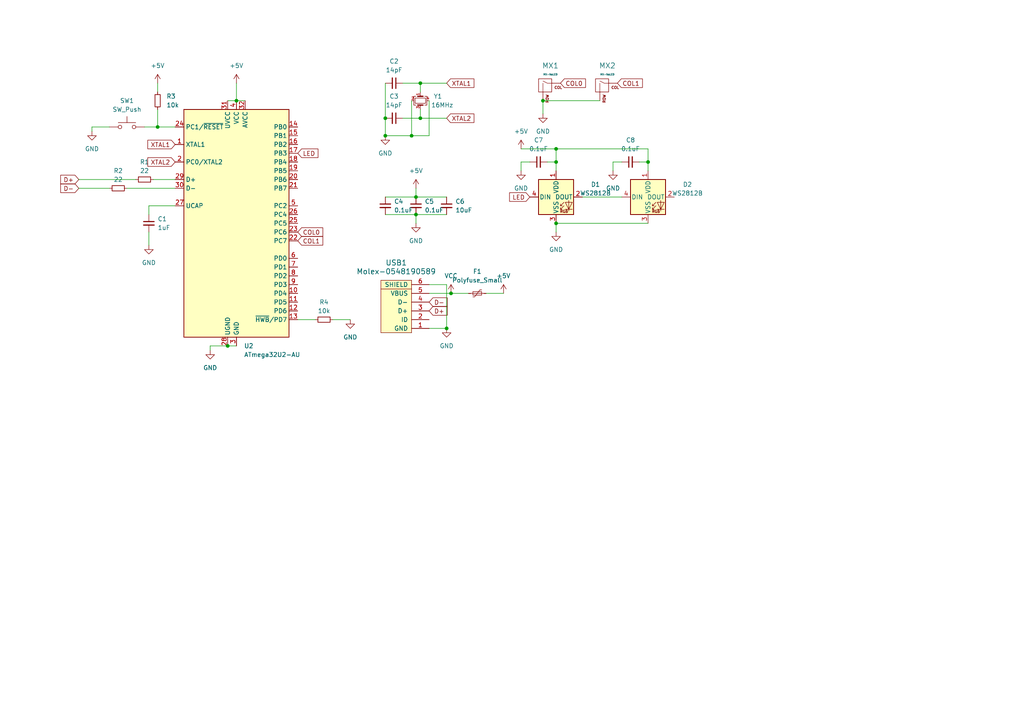
<source format=kicad_sch>
(kicad_sch (version 20230121) (generator eeschema)
  (paper "A4")
  (lib_symbols
    (symbol "Device:C_Small" (pin_numbers hide) (pin_names (offset 0.254) hide)
      (property "Reference" "C" (at 0.254 1.778 0))
      (property "Value" "C_Small" (at 0.254 -2.032 0))
      (symbol "C_Small_0_1"
        (polyline (pts (xy -1.524 -0.508) (xy 1.524 -0.508)) (stroke (width 0.3302)))
        (polyline (pts (xy -1.524 0.508) (xy 1.524 0.508)) (stroke (width 0.3048)))
      )
      (symbol "C_Small_1_1"
        (pin passive line (at 0 2.54 270) (length 2.032) (name "~") (number "1"))
        (pin passive line (at 0 -2.54 90) (length 2.032) (name "~") (number "2"))
      )
    )
    (symbol "Device:Crystal_GND24_Small" (pin_names (offset 1.016) hide)
      (property "Reference" "Y" (at 1.27 4.445 0))
      (property "Value" "Crystal_GND24_Small" (at 1.27 2.54 0))
      (symbol "Crystal_GND24_Small_0_1"
        (rectangle (start -0.762 -1.524) (end 0.762 1.524))
        (polyline (pts (xy -1.27 -0.762) (xy -1.27 0.762)) (stroke (width 0.381)))
        (polyline (pts (xy 1.27 -0.762) (xy 1.27 0.762)) (stroke (width 0.381)))
        (polyline (pts (xy -1.27 -1.27) (xy -1.27 -1.905) (xy 1.27 -1.905) (xy 1.27 -1.27)))
        (polyline (pts (xy -1.27 1.27) (xy -1.27 1.905) (xy 1.27 1.905) (xy 1.27 1.27)))
      )
      (symbol "Crystal_GND24_Small_1_1"
        (pin passive line (at -2.54 0 0) (length 1.27) (name "1") (number "1"))
        (pin passive line (at 0 -2.54 90) (length 0.635) (name "2") (number "2"))
        (pin passive line (at 2.54 0 180) (length 1.27) (name "3") (number "3"))
        (pin passive line (at 0 2.54 270) (length 0.635) (name "4") (number "4"))
      )
    )
    (symbol "Device:Polyfuse_Small" (pin_numbers hide) (pin_names (offset 0))
      (property "Reference" "F" (at -1.905 0 90))
      (property "Value" "Polyfuse_Small" (at 1.905 0 90))
      (symbol "Polyfuse_Small_0_1"
        (rectangle (start -0.508 1.27) (end 0.508 -1.27))
        (polyline (pts (xy 0 2.54) (xy 0 -2.54)))
        (polyline (pts (xy -1.016 1.27) (xy -1.016 0.762) (xy 1.016 -0.762) (xy 1.016 -1.27)))
      )
      (symbol "Polyfuse_Small_1_1"
        (pin passive line (at 0 2.54 270) (length 0.635) (name "~") (number "1"))
        (pin passive line (at 0 -2.54 90) (length 0.635) (name "~") (number "2"))
      )
    )
    (symbol "Device:R_Small" (pin_numbers hide) (pin_names (offset 0.254) hide)
      (property "Reference" "R" (at 0.762 0.508 0))
      (property "Value" "R_Small" (at 0.762 -1.016 0))
      (symbol "R_Small_0_1"
        (rectangle (start -0.762 1.778) (end 0.762 -1.778) (stroke (width 0.2032)))
      )
      (symbol "R_Small_1_1"
        (pin passive line (at 0 2.54 270) (length 0.762) (name "~") (number "1"))
        (pin passive line (at 0 -2.54 90) (length 0.762) (name "~") (number "2"))
      )
    )
    (symbol "LED:WS2812B" (pin_names (offset 0.254))
      (property "Reference" "D" (at 5.08 5.715 0))
      (property "Value" "WS2812B" (at 1.27 -5.715 0))
      (symbol "WS2812B_0_0"
        (text "RGB" (at 2.286 -4.191 0) (effects (font (size 0.762 0.762))))
      )
      (symbol "WS2812B_0_1"
        (polyline (pts (xy 1.27 -3.556) (xy 1.778 -3.556)))
        (polyline (pts (xy 1.27 -2.54) (xy 1.778 -2.54)))
        (polyline (pts (xy 4.699 -3.556) (xy 2.667 -3.556)))
        (polyline (pts (xy 2.286 -2.54) (xy 1.27 -3.556) (xy 1.27 -3.048)))
        (polyline (pts (xy 2.286 -1.524) (xy 1.27 -2.54) (xy 1.27 -2.032)))
        (polyline (pts (xy 3.683 -1.016) (xy 3.683 -3.556) (xy 3.683 -4.064)))
        (polyline (pts (xy 4.699 -1.524) (xy 2.667 -1.524) (xy 3.683 -3.556) (xy 4.699 -1.524)))
        (rectangle (start 5.08 5.08) (end -5.08 -5.08) (stroke (width 0.254)) (fill (type background)))
      )
      (symbol "WS2812B_1_1"
        (pin power_in line (at 0 7.62 270) (length 2.54) (name "VDD") (number "1"))
        (pin output line (at 7.62 0 180) (length 2.54) (name "DOUT") (number "2"))
        (pin power_in line (at 0 -7.62 90) (length 2.54) (name "VSS") (number "3"))
        (pin input line (at -7.62 0 0) (length 2.54) (name "DIN") (number "4"))
      )
    )
    (symbol "MCU_Microchip_ATmega:ATmega32U2-A"
      (property "Reference" "U" (at -15.24 34.29 0))
      (property "Value" "ATmega32U2-A" (at 2.54 -34.29 0))
      (symbol "ATmega32U2-A_0_1"
        (rectangle (start -15.24 -33.02) (end 15.24 33.02) (stroke (width 0.254)) (fill (type background)))
      )
      (symbol "ATmega32U2-A_1_1"
        (pin input line (at -17.78 22.86 0) (length 2.54) (name "XTAL1") (number "1"))
        (pin bidirectional line (at 17.78 -20.32 180) (length 2.54) (name "PD4") (number "10"))
        (pin bidirectional line (at 17.78 -22.86 180) (length 2.54) (name "PD5") (number "11"))
        (pin bidirectional line (at 17.78 -25.4 180) (length 2.54) (name "PD6") (number "12"))
        (pin bidirectional line (at 17.78 -27.94 180) (length 2.54) (name "~{HWB}/PD7") (number "13"))
        (pin bidirectional line (at 17.78 27.94 180) (length 2.54) (name "PB0") (number "14"))
        (pin bidirectional line (at 17.78 25.4 180) (length 2.54) (name "PB1") (number "15"))
        (pin bidirectional line (at 17.78 22.86 180) (length 2.54) (name "PB2") (number "16"))
        (pin bidirectional line (at 17.78 20.32 180) (length 2.54) (name "PB3") (number "17"))
        (pin bidirectional line (at 17.78 17.78 180) (length 2.54) (name "PB4") (number "18"))
        (pin bidirectional line (at 17.78 15.24 180) (length 2.54) (name "PB5") (number "19"))
        (pin bidirectional line (at -17.78 17.78 0) (length 2.54) (name "PC0/XTAL2") (number "2"))
        (pin bidirectional line (at 17.78 12.7 180) (length 2.54) (name "PB6") (number "20"))
        (pin bidirectional line (at 17.78 10.16 180) (length 2.54) (name "PB7") (number "21"))
        (pin bidirectional line (at 17.78 -5.08 180) (length 2.54) (name "PC7") (number "22"))
        (pin bidirectional line (at 17.78 -2.54 180) (length 2.54) (name "PC6") (number "23"))
        (pin bidirectional line (at -17.78 27.94 0) (length 2.54) (name "PC1/~{RESET}") (number "24"))
        (pin bidirectional line (at 17.78 0 180) (length 2.54) (name "PC5") (number "25"))
        (pin bidirectional line (at 17.78 2.54 180) (length 2.54) (name "PC4") (number "26"))
        (pin passive line (at -17.78 5.08 0) (length 2.54) (name "UCAP") (number "27"))
        (pin power_in line (at -2.54 -35.56 90) (length 2.54) (name "UGND") (number "28"))
        (pin bidirectional line (at -17.78 12.7 0) (length 2.54) (name "D+") (number "29"))
        (pin power_in line (at 0 -35.56 90) (length 2.54) (name "GND") (number "3"))
        (pin bidirectional line (at -17.78 10.16 0) (length 2.54) (name "D-") (number "30"))
        (pin power_in line (at -2.54 35.56 270) (length 2.54) (name "UVCC") (number "31"))
        (pin power_in line (at 2.54 35.56 270) (length 2.54) (name "AVCC") (number "32"))
        (pin power_in line (at 0 35.56 270) (length 2.54) (name "VCC") (number "4"))
        (pin bidirectional line (at 17.78 5.08 180) (length 2.54) (name "PC2") (number "5"))
        (pin bidirectional line (at 17.78 -10.16 180) (length 2.54) (name "PD0") (number "6"))
        (pin bidirectional line (at 17.78 -12.7 180) (length 2.54) (name "PD1") (number "7"))
        (pin bidirectional line (at 17.78 -15.24 180) (length 2.54) (name "PD2") (number "8"))
        (pin bidirectional line (at 17.78 -17.78 180) (length 2.54) (name "PD3") (number "9"))
      )
    )
    (symbol "MX_Alps_Hybrid:MX-NoLED" (pin_names (offset 1.016))
      (property "Reference" "MX" (at -0.635 3.81 0))
      (property "Value" "MX-NoLED" (at -0.635 1.27 0))
      (symbol "MX-NoLED_0_0"
        (rectangle (start -2.54 2.54) (end 1.27 -1.27))
        (polyline (pts (xy -1.27 -1.27) (xy -1.27 1.27)) (stroke (width 0.127)))
        (polyline (pts (xy 1.27 1.27) (xy 0 1.27) (xy -1.27 1.905)) (stroke (width 0.127)))
        (text "COL" (at 3.175 0 0) (effects (font (size 0.762 0.762))))
        (text "ROW" (at 0 -1.905 900) (effects (font (size 0.762 0.762)) (justify right)))
      )
      (symbol "MX-NoLED_1_1"
        (pin passive line (at 3.81 1.27 180) (length 2.54) (name "COL") (number "1"))
        (pin passive line (at -1.27 -3.81 90) (length 2.54) (name "ROW") (number "2"))
      )
    )
    (symbol "Switch:SW_Push" (pin_numbers hide) (pin_names (offset 1.016) hide)
      (property "Reference" "SW" (at 1.27 2.54 0))
      (property "Value" "SW_Push" (at 0 -1.524 0))
      (symbol "SW_Push_0_1"
        (circle (center -2.032 0) (radius 0.508))
        (polyline (pts (xy 0 1.27) (xy 0 3.048)))
        (polyline (pts (xy 2.54 1.27) (xy -2.54 1.27)))
        (circle (center 2.032 0) (radius 0.508))
        (pin passive line (at -5.08 0 0) (length 2.54) (name "1") (number "1"))
        (pin passive line (at 5.08 0 180) (length 2.54) (name "2") (number "2"))
      )
    )
    (symbol "power:+5V" (power) (pin_names (offset 0))
      (property "Value" "+5V" (at 0 3.556 0))
      (symbol "+5V_0_1"
        (polyline (pts (xy -0.762 1.27) (xy 0 2.54)))
        (polyline (pts (xy 0 0) (xy 0 2.54)))
        (polyline (pts (xy 0 2.54) (xy 0.762 1.27)))
      )
      (symbol "+5V_1_1"
        (pin power_in line (at 0 0 90) (length 0) hide (name "+5V") (number "1"))
      )
    )
    (symbol "power:GND" (power) (pin_names (offset 0))
      (property "Value" "GND" (at 0 -3.81 0))
      (symbol "GND_0_1"
        (polyline (pts (xy 0 0) (xy 0 -1.27) (xy 1.27 -1.27) (xy 0 -2.54) (xy -1.27 -1.27) (xy 0 -1.27)))
      )
      (symbol "GND_1_1"
        (pin power_in line (at 0 0 270) (length 0) hide (name "GND") (number "1"))
      )
    )
    (symbol "power:VCC" (power) (pin_names (offset 0))
      (property "Value" "VCC" (at 0 3.81 0))
      (symbol "VCC_0_1"
        (polyline (pts (xy -0.762 1.27) (xy 0 2.54)))
        (polyline (pts (xy 0 0) (xy 0 2.54)))
        (polyline (pts (xy 0 2.54) (xy 0.762 1.27)))
      )
      (symbol "VCC_1_1"
        (pin power_in line (at 0 0 90) (length 0) hide (name "VCC") (number "1"))
      )
    )
    (symbol "random-keyboard-parts:Molex-0548190589" (pin_names (offset 1.016))
      (property "Reference" "USB" (at 0 7.62 0))
      (property "Value" "Molex-0548190589" (at 0 10.16 0))
      (symbol "Molex-0548190589_0_0"
        (polyline (pts (xy 6.35 -2.54) (xy 6.35 6.35)))
        (rectangle (start 8.89 -2.54) (end -6.35 6.35) (fill (type background)))
      )
      (symbol "Molex-0548190589_1_1"
        (pin input line (at -5.08 -7.62 90) (length 5.08) (name "GND") (number "1"))
        (pin input line (at -2.54 -7.62 90) (length 5.08) (name "ID") (number "2"))
        (pin input line (at 0 -7.62 90) (length 5.08) (name "D+") (number "3"))
        (pin input line (at 2.54 -7.62 90) (length 5.08) (name "D-") (number "4"))
        (pin input line (at 5.08 -7.62 90) (length 5.08) (name "VBUS") (number "5"))
        (pin input line (at 7.62 -7.62 90) (length 5.08) (name "SHIELD") (number "6"))
      )
    )
  )
  (junction (at 130.81 85.09))
  (junction (at 157.48 29.21))
  (junction (at 68.58 29.21))
  (junction (at 111.76 34.29))
  (junction (at 66.04 100.33))
  (junction (at 120.65 57.15))
  (junction (at 45.72 36.83))
  (junction (at 121.92 34.29))
  (junction (at 121.92 24.13))
  (junction (at 161.29 64.77))
  (junction (at 187.96 46.99))
  (junction (at 161.29 43.18))
  (junction (at 129.54 95.25))
  (junction (at 120.65 62.23))
  (junction (at 119.38 39.37))
  (junction (at 111.76 39.37))
  (junction (at 161.29 46.99))
  (wire (pts (xy 185.42 46.99) (xy 187.96 46.99)))
  (wire (pts (xy 96.52 92.71) (xy 101.6 92.71)))
  (wire (pts (xy 111.76 57.15) (xy 120.65 57.15)))
  (wire (pts (xy 120.65 62.23) (xy 129.54 62.23)))
  (wire (pts (xy 187.96 43.18) (xy 161.29 43.18)))
  (wire (pts (xy 158.75 46.99) (xy 161.29 46.99)))
  (wire (pts (xy 130.81 85.09) (xy 135.89 85.09)))
  (wire (pts (xy 120.65 62.23) (xy 120.65 64.77)))
  (wire (pts (xy 22.86 54.61) (xy 31.75 54.61)))
  (wire (pts (xy 124.46 85.09) (xy 130.81 85.09)))
  (wire (pts (xy 161.29 64.77) (xy 187.96 64.77)))
  (wire (pts (xy 45.72 24.13) (xy 45.72 26.67)))
  (wire (pts (xy 120.65 57.15) (xy 129.54 57.15)))
  (wire (pts (xy 129.54 82.55) (xy 129.54 95.25)))
  (wire (pts (xy 168.91 57.15) (xy 180.34 57.15)))
  (wire (pts (xy 36.83 54.61) (xy 50.8 54.61)))
  (wire (pts (xy 124.46 95.25) (xy 129.54 95.25)))
  (wire (pts (xy 50.8 59.69) (xy 43.18 59.69)))
  (wire (pts (xy 121.92 24.13) (xy 129.54 24.13)))
  (wire (pts (xy 41.91 36.83) (xy 45.72 36.83)))
  (wire (pts (xy 121.92 24.13) (xy 121.92 26.67)))
  (wire (pts (xy 151.13 46.99) (xy 151.13 49.53)))
  (wire (pts (xy 177.8 46.99) (xy 177.8 49.53)))
  (wire (pts (xy 180.34 46.99) (xy 177.8 46.99)))
  (wire (pts (xy 121.92 31.75) (xy 121.92 34.29)))
  (wire (pts (xy 111.76 39.37) (xy 119.38 39.37)))
  (wire (pts (xy 68.58 24.13) (xy 68.58 29.21)))
  (wire (pts (xy 116.84 34.29) (xy 121.92 34.29)))
  (wire (pts (xy 187.96 46.99) (xy 187.96 43.18)))
  (wire (pts (xy 124.46 39.37) (xy 119.38 39.37)))
  (wire (pts (xy 140.97 85.09) (xy 146.05 85.09)))
  (wire (pts (xy 111.76 24.13) (xy 111.76 34.29)))
  (wire (pts (xy 22.86 52.07) (xy 39.37 52.07)))
  (wire (pts (xy 116.84 24.13) (xy 121.92 24.13)))
  (wire (pts (xy 66.04 29.21) (xy 68.58 29.21)))
  (wire (pts (xy 120.65 54.61) (xy 120.65 57.15)))
  (wire (pts (xy 68.58 29.21) (xy 71.12 29.21)))
  (wire (pts (xy 161.29 46.99) (xy 161.29 49.53)))
  (wire (pts (xy 26.67 36.83) (xy 26.67 38.1)))
  (wire (pts (xy 86.36 92.71) (xy 91.44 92.71)))
  (wire (pts (xy 31.75 36.83) (xy 26.67 36.83)))
  (wire (pts (xy 121.92 34.29) (xy 129.54 34.29)))
  (wire (pts (xy 43.18 59.69) (xy 43.18 62.23)))
  (wire (pts (xy 66.04 100.33) (xy 68.58 100.33)))
  (wire (pts (xy 157.48 29.21) (xy 157.48 33.02)))
  (wire (pts (xy 44.45 52.07) (xy 50.8 52.07)))
  (wire (pts (xy 161.29 43.18) (xy 161.29 46.99)))
  (wire (pts (xy 111.76 34.29) (xy 111.76 39.37)))
  (wire (pts (xy 43.18 67.31) (xy 43.18 71.12)))
  (wire (pts (xy 153.67 46.99) (xy 151.13 46.99)))
  (wire (pts (xy 157.48 29.21) (xy 173.99 29.21)))
  (wire (pts (xy 119.38 29.21) (xy 119.38 39.37)))
  (wire (pts (xy 111.76 62.23) (xy 120.65 62.23)))
  (wire (pts (xy 161.29 64.77) (xy 161.29 67.31)))
  (wire (pts (xy 45.72 31.75) (xy 45.72 36.83)))
  (wire (pts (xy 66.04 100.33) (xy 60.96 100.33)))
  (wire (pts (xy 151.13 43.18) (xy 161.29 43.18)))
  (wire (pts (xy 45.72 36.83) (xy 50.8 36.83)))
  (wire (pts (xy 124.46 29.21) (xy 124.46 39.37)))
  (wire (pts (xy 124.46 82.55) (xy 129.54 82.55)))
  (wire (pts (xy 187.96 46.99) (xy 187.96 49.53)))
  (wire (pts (xy 60.96 100.33) (xy 60.96 101.6)))
  (global_label "D+" (shape input) (at 124.46 90.17 0) (property "Intersheetrefs" "${INTERSHEET_REFS}" (effects hide)))
  (global_label "XTAL1" (shape input) (at 50.8 41.91 180) (property "Intersheetrefs" "${INTERSHEET_REFS}" (effects hide)))
  (global_label "COL1" (shape input) (at 179.07 24.13 0) (property "Intersheetrefs" "${INTERSHEET_REFS}" (effects hide)))
  (global_label "COL0" (shape input) (at 162.56 24.13 0) (property "Intersheetrefs" "${INTERSHEET_REFS}" (effects hide)))
  (global_label "LED" (shape input) (at 153.67 57.15 180) (property "Intersheetrefs" "${INTERSHEET_REFS}" (effects hide)))
  (global_label "D-" (shape input) (at 22.86 54.61 180) (property "Intersheetrefs" "${INTERSHEET_REFS}" (effects hide)))
  (global_label "XTAL1" (shape input) (at 129.54 24.13 0) (property "Intersheetrefs" "${INTERSHEET_REFS}" (effects hide)))
  (global_label "COL0" (shape input) (at 86.36 67.31 0) (property "Intersheetrefs" "${INTERSHEET_REFS}" (effects hide)))
  (global_label "XTAL2" (shape input) (at 129.54 34.29 0) (property "Intersheetrefs" "${INTERSHEET_REFS}" (effects hide)))
  (global_label "XTAL2" (shape input) (at 50.8 46.99 180) (property "Intersheetrefs" "${INTERSHEET_REFS}" (effects hide)))
  (global_label "LED" (shape input) (at 86.36 44.45 0) (property "Intersheetrefs" "${INTERSHEET_REFS}" (effects hide)))
  (global_label "COL1" (shape input) (at 86.36 69.85 0) (property "Intersheetrefs" "${INTERSHEET_REFS}" (effects hide)))
  (global_label "D+" (shape input) (at 22.86 52.07 180) (property "Intersheetrefs" "${INTERSHEET_REFS}" (effects hide)))
  (global_label "D-" (shape input) (at 124.46 87.63 0) (property "Intersheetrefs" "${INTERSHEET_REFS}" (effects hide)))
  (symbol (lib_id "power:GND") (at 43.18 71.12 0) (unit 1)
    (property "Reference" "#PWR04" (effects hide))
    (property "Value" "GND" (at 43.18 76.2 0))
  )
  (symbol (lib_id "power:+5V") (at 146.05 85.09 0) (unit 1)
    (property "Reference" "#PWR012" (effects hide))
    (property "Value" "+5V" (at 146.05 80.01 0))
  )
  (symbol (lib_id "Device:Crystal_GND24_Small") (at 121.92 29.21 270) (unit 1)
    (property "Reference" "Y1" (at 127 27.94 90))
    (property "Value" "16MHz" (at 128.27 30.48 90))
    (property "Footprint" "Crystal:Crystal_SMD_3225-4Pin_3.2x2.5mm_HandSoldering" (effects hide))
  )
  (symbol (lib_id "Device:R_Small") (at 34.29 54.61 90) (unit 1)
    (property "Reference" "R2" (at 34.29 49.53 90))
    (property "Value" "22" (at 34.29 52.07 90))
    (property "Footprint" "Resistor_SMD:R_0805_2012Metric_Pad1.20x1.40mm_HandSolder" (effects hide))
  )
  (symbol (lib_id "power:GND") (at 177.8 49.53 0) (unit 1)
    (property "Reference" "#PWR016" (effects hide))
    (property "Value" "GND" (at 177.8 54.61 0))
  )
  (symbol (lib_id "Device:C_Small") (at 120.65 59.69 0) (unit 1)
    (property "Reference" "C5" (at 123.19 58.4263 0) (effects (justify left)))
    (property "Value" "0.1uF" (at 123.19 60.9663 0) (effects (justify left)))
    (property "Footprint" "Capacitor_SMD:C_0805_2012Metric_Pad1.18x1.45mm_HandSolder" (effects hide))
  )
  (symbol (lib_id "power:GND") (at 111.76 39.37 0) (unit 1)
    (property "Reference" "#PWR07" (effects hide))
    (property "Value" "GND" (at 111.76 44.45 0))
  )
  (symbol (lib_id "power:VCC") (at 130.81 85.09 0) (unit 1)
    (property "Reference" "#PWR011" (effects hide))
    (property "Value" "VCC" (at 130.81 80.01 0))
  )
  (symbol (lib_id "power:GND") (at 157.48 33.02 0) (unit 1)
    (property "Reference" "#PWR010" (effects hide))
    (property "Value" "GND" (at 157.48 38.1 0))
  )
  (symbol (lib_id "Device:C_Small") (at 43.18 64.77 0) (unit 1)
    (property "Reference" "C1" (at 45.72 63.5063 0) (effects (justify left)))
    (property "Value" "1uF" (at 45.72 66.0463 0) (effects (justify left)))
    (property "Footprint" "Capacitor_SMD:C_0805_2012Metric_Pad1.18x1.45mm_HandSolder" (effects hide))
  )
  (symbol (lib_id "Switch:SW_Push") (at 36.83 36.83 0) (unit 1)
    (property "Reference" "SW1" (at 36.83 29.21 0))
    (property "Value" "SW_Push" (at 36.83 31.75 0))
    (property "Footprint" "random-keyboard-parts:SOT143B" (effects hide))
  )
  (symbol (lib_id "LED:WS2812B") (at 187.96 57.15 0) (unit 1)
    (property "Reference" "D2" (at 199.39 53.5021 0))
    (property "Value" "WS2812B" (at 199.39 56.0421 0))
    (property "Footprint" "LED_SMD:LED_WS2812B_PLCC4_5.0x5.0mm_P3.2mm" (effects hide))
    (property "Datasheet" "https://cdn-shop.adafruit.com/datasheets/WS2812B.pdf" (effects hide))
  )
  (symbol (lib_id "MCU_Microchip_ATmega:ATmega32U2-A") (at 68.58 64.77 0) (unit 1)
    (property "Reference" "U2" (at 70.7741 100.33 0) (effects (justify left)))
    (property "Value" "ATmega32U2-AU" (at 70.7741 102.87 0) (effects (justify left)))
    (property "Footprint" "Package_QFP:TQFP-32_7x7mm_P0.8mm" (effects hide))
    (property "Datasheet" "http://ww1.microchip.com/downloads/en/DeviceDoc/doc7799.pdf" (effects hide))
  )
  (symbol (lib_id "power:GND") (at 120.65 64.77 0) (unit 1)
    (property "Reference" "#PWR09" (effects hide))
    (property "Value" "GND" (at 120.65 69.85 0))
  )
  (symbol (lib_id "random-keyboard-parts:Molex-0548190589") (at 116.84 90.17 90) (unit 1)
    (property "Reference" "USB1" (at 114.935 76.2 90) (effects (font (size 1.524 1.524))))
    (property "Value" "Molex-0548190589" (at 114.935 78.74 90) (effects (font (size 1.524 1.524))))
    (property "Footprint" "random-keyboard-parts:Molex-0548190589" (effects hide))
  )
  (symbol (lib_id "Device:C_Small") (at 114.3 24.13 270) (unit 1)
    (property "Reference" "C2" (at 114.2936 17.78 90))
    (property "Value" "14pF" (at 114.2936 20.32 90))
    (property "Footprint" "Capacitor_SMD:C_0805_2012Metric_Pad1.18x1.45mm_HandSolder" (effects hide))
  )
  (symbol (lib_id "power:+5V") (at 120.65 54.61 0) (unit 1)
    (property "Reference" "#PWR08" (effects hide))
    (property "Value" "+5V" (at 120.65 49.53 0))
  )
  (symbol (lib_id "Device:C_Small") (at 182.88 46.99 90) (unit 1)
    (property "Reference" "C8" (at 182.8863 40.64 90))
    (property "Value" "0.1uF" (at 182.8863 43.18 90))
    (property "Footprint" "Capacitor_SMD:C_0805_2012Metric_Pad1.18x1.45mm_HandSolder" (effects hide))
  )
  (symbol (lib_id "power:+5V") (at 45.72 24.13 0) (unit 1)
    (property "Reference" "#PWR01" (effects hide))
    (property "Value" "+5V" (at 45.72 19.05 0))
  )
  (symbol (lib_id "MX_Alps_Hybrid:MX-NoLED") (at 158.75 25.4 0) (unit 1)
    (property "Reference" "MX1" (at 159.6452 19.05 0) (effects (font (size 1.524 1.524))))
    (property "Value" "MX-NoLED" (at 159.6452 21.59 0) (effects (font (size 0.508 0.508))))
    (property "Footprint" "MX_Only:MXOnly-1U-Hotswap" (effects hide))
  )
  (symbol (lib_id "power:+5V") (at 68.58 24.13 0) (unit 1)
    (property "Reference" "#PWR03" (effects hide))
    (property "Value" "+5V" (at 68.58 19.05 0))
  )
  (symbol (lib_id "power:GND") (at 60.96 101.6 0) (unit 1)
    (property "Reference" "#PWR06" (effects hide))
    (property "Value" "GND" (at 60.96 106.68 0))
  )
  (symbol (lib_id "power:GND") (at 151.13 49.53 0) (unit 1)
    (property "Reference" "#PWR015" (effects hide))
    (property "Value" "GND" (at 151.13 54.61 0))
  )
  (symbol (lib_id "power:+5V") (at 151.13 43.18 0) (unit 1)
    (property "Reference" "#PWR017" (effects hide))
    (property "Value" "+5V" (at 151.13 38.1 0))
  )
  (symbol (lib_id "power:GND") (at 26.67 38.1 0) (unit 1)
    (property "Reference" "#PWR02" (effects hide))
    (property "Value" "GND" (at 26.67 43.18 0))
  )
  (symbol (lib_id "Device:C_Small") (at 156.21 46.99 90) (unit 1)
    (property "Reference" "C7" (at 156.2163 40.64 90))
    (property "Value" "0.1uF" (at 156.2163 43.18 90))
    (property "Footprint" "Capacitor_SMD:C_0805_2012Metric_Pad1.18x1.45mm_HandSolder" (effects hide))
  )
  (symbol (lib_id "power:GND") (at 161.29 67.31 0) (unit 1)
    (property "Reference" "#PWR014" (effects hide))
    (property "Value" "GND" (at 161.29 72.39 0))
  )
  (symbol (lib_id "Device:C_Small") (at 114.3 34.29 270) (unit 1)
    (property "Reference" "C3" (at 114.2936 27.94 90))
    (property "Value" "14pF" (at 114.2936 30.48 90))
    (property "Footprint" "Capacitor_SMD:C_0805_2012Metric_Pad1.18x1.45mm_HandSolder" (effects hide))
  )
  (symbol (lib_id "Device:R_Small") (at 41.91 52.07 90) (unit 1)
    (property "Reference" "R1" (at 41.91 46.99 90))
    (property "Value" "22" (at 41.91 49.53 90))
    (property "Footprint" "Resistor_SMD:R_0805_2012Metric_Pad1.20x1.40mm_HandSolder" (effects hide))
  )
  (symbol (lib_id "Device:C_Small") (at 111.76 59.69 0) (unit 1)
    (property "Reference" "C4" (at 114.3 58.4263 0) (effects (justify left)))
    (property "Value" "0.1uF" (at 114.3 60.9663 0) (effects (justify left)))
    (property "Footprint" "Capacitor_SMD:C_0805_2012Metric_Pad1.18x1.45mm_HandSolder" (effects hide))
  )
  (symbol (lib_id "LED:WS2812B") (at 161.29 57.15 0) (unit 1)
    (property "Reference" "D1" (at 172.72 53.5021 0))
    (property "Value" "WS2812B" (at 172.72 56.0421 0))
    (property "Footprint" "LED_SMD:LED_WS2812B_PLCC4_5.0x5.0mm_P3.2mm" (effects hide))
    (property "Datasheet" "https://cdn-shop.adafruit.com/datasheets/WS2812B.pdf" (effects hide))
  )
  (symbol (lib_id "Device:R_Small") (at 93.98 92.71 90) (unit 1)
    (property "Reference" "R4" (at 93.98 87.63 90))
    (property "Value" "10k" (at 93.98 90.17 90))
    (property "Footprint" "Resistor_SMD:R_0805_2012Metric_Pad1.20x1.40mm_HandSolder" (effects hide))
  )
  (symbol (lib_id "Device:R_Small") (at 45.72 29.21 0) (unit 1)
    (property "Reference" "R3" (at 48.26 27.94 0) (effects (justify left)))
    (property "Value" "10k" (at 48.26 30.48 0) (effects (justify left)))
    (property "Footprint" "Resistor_SMD:R_0805_2012Metric_Pad1.20x1.40mm_HandSolder" (effects hide))
  )
  (symbol (lib_id "power:GND") (at 129.54 95.25 0) (unit 1)
    (property "Reference" "#PWR013" (effects hide))
    (property "Value" "GND" (at 129.54 100.33 0))
  )
  (symbol (lib_id "MX_Alps_Hybrid:MX-NoLED") (at 175.26 25.4 0) (unit 1)
    (property "Reference" "MX2" (at 176.1552 19.05 0) (effects (font (size 1.524 1.524))))
    (property "Value" "MX-NoLED" (at 176.1552 21.59 0) (effects (font (size 0.508 0.508))))
    (property "Footprint" "MX_Only:MXOnly-1U-Hotswap" (effects hide))
  )
  (symbol (lib_id "power:GND") (at 101.6 92.71 0) (unit 1)
    (property "Reference" "#PWR05" (effects hide))
    (property "Value" "GND" (at 101.6 97.79 0))
  )
  (symbol (lib_id "Device:C_Small") (at 129.54 59.69 0) (unit 1)
    (property "Reference" "C6" (at 132.08 58.4263 0) (effects (justify left)))
    (property "Value" "10uF" (at 132.08 60.9663 0) (effects (justify left)))
    (property "Footprint" "Capacitor_SMD:C_0805_2012Metric_Pad1.18x1.45mm_HandSolder" (effects hide))
  )
  (symbol (lib_id "Device:Polyfuse_Small") (at 138.43 85.09 270) (unit 1)
    (property "Reference" "F1" (at 138.43 78.74 90))
    (property "Value" "Polyfuse_Small" (at 138.43 81.28 90))
    (property "Footprint" "Fuse:Fuse_1206_3216Metric_Pad1.42x1.75mm_HandSolder" (effects hide))
  )
)
</source>
